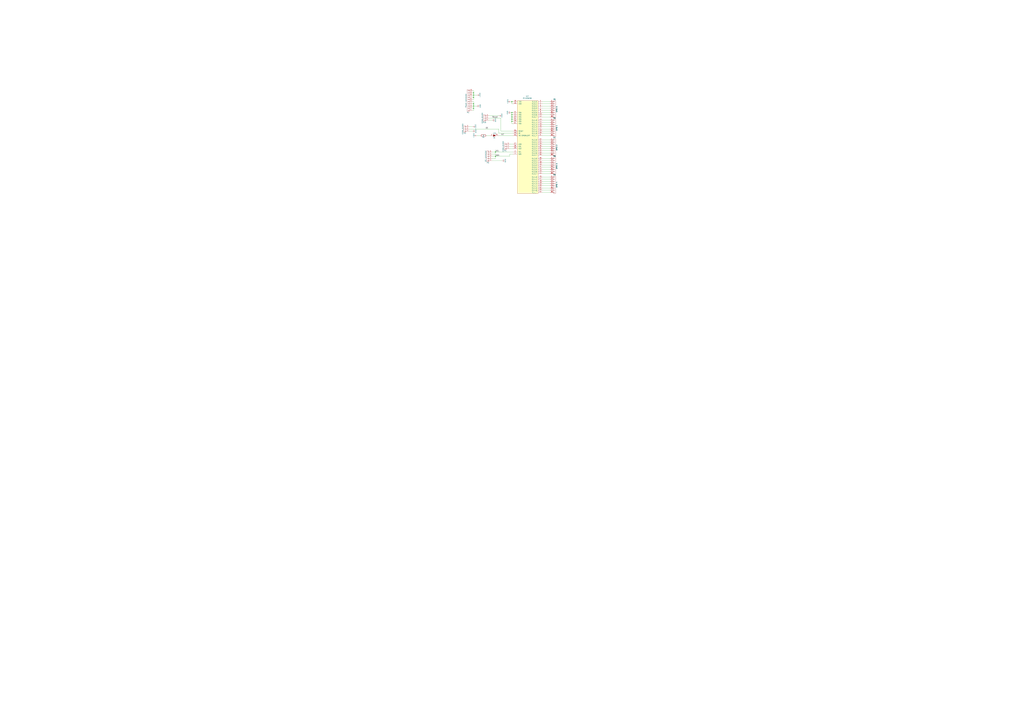
<source format=kicad_sch>
(kicad_sch (version 20230121) (generator eeschema)
  (paper "A0")
  (lib_symbols
    (symbol "PCA9698-rescue:+3.3V" (power) (pin_names (offset 0))
      (property "Value" "+3.3V" (at 0 3.556 0))
      (symbol "+3.3V_0_1"
        (polyline (pts (xy -0.762 1.27) (xy 0 2.54)))
        (polyline (pts (xy 0 0) (xy 0 2.54)))
        (polyline (pts (xy 0 2.54) (xy 0.762 1.27)))
      )
      (symbol "+3.3V_1_1"
        (pin power_in line (at 0 0 90) (length 0) hide (name "+3V3") (number "1"))
      )
    )
    (symbol "PCA9698-rescue:CONN_01X03" (pin_names (offset 1.016) hide)
      (property "Reference" "P" (at 0 5.08 0))
      (property "Value" "CONN_01X03" (at 2.54 0 90))
      (symbol "CONN_01X03_0_1"
        (rectangle (start -1.27 -2.413) (end 0.254 -2.667))
        (rectangle (start -1.27 0.127) (end 0.254 -0.127))
        (rectangle (start -1.27 2.667) (end 0.254 2.413))
        (rectangle (start -1.27 3.81) (end 1.27 -3.81))
      )
      (symbol "CONN_01X03_1_1"
        (pin passive line (at -5.08 2.54 0) (length 3.81) (name "P1") (number "1"))
        (pin passive line (at -5.08 0 0) (length 3.81) (name "P2") (number "2"))
        (pin passive line (at -5.08 -2.54 0) (length 3.81) (name "P3") (number "3"))
      )
    )
    (symbol "PCA9698-rescue:CONN_01X05" (pin_names (offset 1.016) hide)
      (property "Reference" "P" (at 0 7.62 0))
      (property "Value" "CONN_01X05" (at 2.54 0 90))
      (symbol "CONN_01X05_0_1"
        (rectangle (start -1.27 -4.953) (end 0.254 -5.207))
        (rectangle (start -1.27 -2.413) (end 0.254 -2.667))
        (rectangle (start -1.27 0.127) (end 0.254 -0.127))
        (rectangle (start -1.27 2.667) (end 0.254 2.413))
        (rectangle (start -1.27 5.207) (end 0.254 4.953))
        (rectangle (start -1.27 6.35) (end 1.27 -6.35))
      )
      (symbol "CONN_01X05_1_1"
        (pin passive line (at -5.08 5.08 0) (length 3.81) (name "P1") (number "1"))
        (pin passive line (at -5.08 2.54 0) (length 3.81) (name "P2") (number "2"))
        (pin passive line (at -5.08 0 0) (length 3.81) (name "P3") (number "3"))
        (pin passive line (at -5.08 -2.54 0) (length 3.81) (name "P4") (number "4"))
        (pin passive line (at -5.08 -5.08 0) (length 3.81) (name "P5") (number "5"))
      )
    )
    (symbol "PCA9698-rescue:CONN_01X08" (pin_names (offset 1.016) hide)
      (property "Reference" "P" (at 0 11.43 0))
      (property "Value" "CONN_01X08" (at 2.54 0 90))
      (symbol "CONN_01X08_0_1"
        (rectangle (start -1.27 -10.16) (end 1.27 10.16))
        (rectangle (start -1.27 -8.763) (end 0.254 -9.017))
        (rectangle (start -1.27 -6.223) (end 0.254 -6.477))
        (rectangle (start -1.27 -3.683) (end 0.254 -3.937))
        (rectangle (start -1.27 -1.143) (end 0.254 -1.397))
        (rectangle (start -1.27 1.397) (end 0.254 1.143))
        (rectangle (start -1.27 3.937) (end 0.254 3.683))
        (rectangle (start -1.27 6.477) (end 0.254 6.223))
        (rectangle (start -1.27 9.017) (end 0.254 8.763))
      )
      (symbol "CONN_01X08_1_1"
        (pin passive line (at -5.08 8.89 0) (length 3.81) (name "P1") (number "1"))
        (pin passive line (at -5.08 6.35 0) (length 3.81) (name "P2") (number "2"))
        (pin passive line (at -5.08 3.81 0) (length 3.81) (name "P3") (number "3"))
        (pin passive line (at -5.08 1.27 0) (length 3.81) (name "P4") (number "4"))
        (pin passive line (at -5.08 -1.27 0) (length 3.81) (name "P5") (number "5"))
        (pin passive line (at -5.08 -3.81 0) (length 3.81) (name "P6") (number "6"))
        (pin passive line (at -5.08 -6.35 0) (length 3.81) (name "P7") (number "7"))
        (pin passive line (at -5.08 -8.89 0) (length 3.81) (name "P8") (number "8"))
      )
    )
    (symbol "PCA9698-rescue:CONN_01X10" (pin_names (offset 1.016) hide)
      (property "Reference" "P" (at 0 13.97 0))
      (property "Value" "CONN_01X10" (at 2.54 0 90))
      (symbol "CONN_01X10_0_1"
        (rectangle (start -1.27 -11.303) (end 0.254 -11.557))
        (rectangle (start -1.27 -8.763) (end 0.254 -9.017))
        (rectangle (start -1.27 -6.223) (end 0.254 -6.477))
        (rectangle (start -1.27 -3.683) (end 0.254 -3.937))
        (rectangle (start -1.27 -1.143) (end 0.254 -1.397))
        (rectangle (start -1.27 1.397) (end 0.254 1.143))
        (rectangle (start -1.27 3.937) (end 0.254 3.683))
        (rectangle (start -1.27 6.477) (end 0.254 6.223))
        (rectangle (start -1.27 9.017) (end 0.254 8.763))
        (rectangle (start -1.27 11.557) (end 0.254 11.303))
        (rectangle (start -1.27 12.7) (end 1.27 -12.7))
      )
      (symbol "CONN_01X10_1_1"
        (pin passive line (at -5.08 11.43 0) (length 3.81) (name "P1") (number "1"))
        (pin passive line (at -5.08 -11.43 0) (length 3.81) (name "P10") (number "10"))
        (pin passive line (at -5.08 8.89 0) (length 3.81) (name "P2") (number "2"))
        (pin passive line (at -5.08 6.35 0) (length 3.81) (name "P3") (number "3"))
        (pin passive line (at -5.08 3.81 0) (length 3.81) (name "P4") (number "4"))
        (pin passive line (at -5.08 1.27 0) (length 3.81) (name "P5") (number "5"))
        (pin passive line (at -5.08 -1.27 0) (length 3.81) (name "P6") (number "6"))
        (pin passive line (at -5.08 -3.81 0) (length 3.81) (name "P7") (number "7"))
        (pin passive line (at -5.08 -6.35 0) (length 3.81) (name "P8") (number "8"))
        (pin passive line (at -5.08 -8.89 0) (length 3.81) (name "P9") (number "9"))
      )
    )
    (symbol "PCA9698-rescue:GND" (power) (pin_names (offset 0))
      (property "Value" "GND" (at 0 -3.81 0))
      (symbol "GND_0_1"
        (polyline (pts (xy 0 0) (xy 0 -1.27) (xy 1.27 -1.27) (xy 0 -2.54) (xy -1.27 -1.27) (xy 0 -1.27)))
      )
      (symbol "GND_1_1"
        (pin power_in line (at 0 0 270) (length 0) hide (name "GND") (number "1"))
      )
    )
    (symbol "PCA9698-rescue:LED" (pin_names (offset 1.016) hide)
      (property "Reference" "D" (at 0 2.54 0))
      (property "Value" "LED" (at 0 -2.54 0))
      (symbol "LED_0_1"
        (polyline (pts (xy -1.27 1.27) (xy -1.27 -1.27)))
        (polyline (pts (xy -2.032 -0.635) (xy -3.175 -1.651) (xy -3.048 -1.016)))
        (polyline (pts (xy -1.651 -1.016) (xy -2.794 -2.032) (xy -2.667 -1.397)))
        (polyline (pts (xy 1.27 1.27) (xy -1.27 0) (xy 1.27 -1.27)) (fill (type outline)))
      )
      (symbol "LED_1_1"
        (pin passive line (at -5.08 0 0) (length 3.81) (name "K") (number "1"))
        (pin passive line (at 5.08 0 180) (length 3.81) (name "A") (number "2"))
      )
    )
    (symbol "PCA9698-rescue:PCA9698" (pin_names (offset 1.016))
      (property "Reference" "U" (at 0 59.69 0))
      (property "Value" "PCA9698" (at 0 57.15 0))
      (symbol "PCA9698_0_1"
        (rectangle (start -11.43 55.88) (end 12.7 -52.07) (fill (type background)))
      )
      (symbol "PCA9698_1_1"
        (pin input line (at -16.51 -6.35 0) (length 5.08) (name "SDA") (number "1"))
        (pin input line (at 17.78 39.37 180) (length 5.08) (name "IO_0_6") (number "10"))
        (pin input line (at -16.51 39.37 0) (length 5.08) (name "VSS") (number "11"))
        (pin input line (at 17.78 36.83 180) (length 5.08) (name "IO_0_7") (number "12"))
        (pin input line (at 17.78 33.02 180) (length 5.08) (name "IO_1_0") (number "13"))
        (pin input line (at 17.78 30.48 180) (length 5.08) (name "IO_1_1") (number "14"))
        (pin input line (at 17.78 27.94 180) (length 5.08) (name "IO_1_2") (number "15"))
        (pin input line (at 17.78 25.4 180) (length 5.08) (name "IO_1_3") (number "16"))
        (pin input line (at 17.78 22.86 180) (length 5.08) (name "IO_1_4") (number "17"))
        (pin input line (at -16.51 54.61 0) (length 5.08) (name "VDD") (number "18"))
        (pin input line (at 17.78 20.32 180) (length 5.08) (name "IO_1_5") (number "19"))
        (pin input line (at -16.51 -3.81 0) (length 5.08) (name "SCL") (number "2"))
        (pin input line (at 17.78 17.78 180) (length 5.08) (name "IO_1_6") (number "20"))
        (pin input line (at 17.78 15.24 180) (length 5.08) (name "IO_1_7") (number "21"))
        (pin input line (at 17.78 10.16 180) (length 5.08) (name "IO_2_0") (number "22"))
        (pin input line (at -16.51 36.83 0) (length 5.08) (name "VSS") (number "23"))
        (pin input line (at 17.78 7.62 180) (length 5.08) (name "IO_2_1") (number "24"))
        (pin input line (at 17.78 5.08 180) (length 5.08) (name "IO_2_2") (number "25"))
        (pin input line (at 17.78 2.54 180) (length 5.08) (name "IO_2_3") (number "26"))
        (pin input line (at -16.51 5.08 0) (length 5.08) (name "AD0") (number "27"))
        (pin input line (at -16.51 2.54 0) (length 5.08) (name "AD1") (number "28"))
        (pin input line (at -16.51 0 0) (length 5.08) (name "AD2") (number "29"))
        (pin input line (at 17.78 54.61 180) (length 5.08) (name "IO_0_0") (number "3"))
        (pin input inverted (at -16.51 17.78 0) (length 5.08) (name "OE") (number "30"))
        (pin input line (at 17.78 0 180) (length 5.08) (name "IO_2_4") (number "31"))
        (pin input line (at 17.78 -2.54 180) (length 5.08) (name "IO_2_5") (number "32"))
        (pin input line (at 17.78 -5.08 180) (length 5.08) (name "IO_2_6") (number "33"))
        (pin input line (at -16.51 34.29 0) (length 5.08) (name "VSS") (number "34"))
        (pin input line (at 17.78 -7.62 180) (length 5.08) (name "IO_2_7") (number "35"))
        (pin input line (at 17.78 -11.43 180) (length 5.08) (name "IO_3_0") (number "36"))
        (pin input line (at 17.78 -13.97 180) (length 5.08) (name "IO_3_1") (number "37"))
        (pin input line (at 17.78 -16.51 180) (length 5.08) (name "IO_3_2") (number "38"))
        (pin input line (at -16.51 31.75 0) (length 5.08) (name "VSS") (number "39"))
        (pin input line (at 17.78 52.07 180) (length 5.08) (name "IO_0_1") (number "4"))
        (pin input line (at 17.78 -19.05 180) (length 5.08) (name "IO_3_3") (number "40"))
        (pin input line (at 17.78 -21.59 180) (length 5.08) (name "IO_3_4") (number "41"))
        (pin input line (at 17.78 -24.13 180) (length 5.08) (name "IO_3_5") (number "42"))
        (pin input line (at 17.78 -26.67 180) (length 5.08) (name "IO_3_6") (number "43"))
        (pin input line (at 17.78 -29.21 180) (length 5.08) (name "IO_3_7") (number "44"))
        (pin input line (at 17.78 -33.02 180) (length 5.08) (name "IO_4_0") (number "45"))
        (pin input line (at -16.51 52.07 0) (length 5.08) (name "VDD") (number "46"))
        (pin input line (at 17.78 -35.56 180) (length 5.08) (name "IO_4_1") (number "47"))
        (pin input line (at 17.78 -38.1 180) (length 5.08) (name "IO_4_2") (number "48"))
        (pin input line (at 17.78 -40.64 180) (length 5.08) (name "IO_4_3") (number "49"))
        (pin input line (at 17.78 49.53 180) (length 5.08) (name "IO_0_2") (number "5"))
        (pin input line (at 17.78 -43.18 180) (length 5.08) (name "IO_4_4") (number "50"))
        (pin input line (at -16.51 29.21 0) (length 5.08) (name "VSS") (number "51"))
        (pin input line (at 17.78 -45.72 180) (length 5.08) (name "IO_4_5") (number "52"))
        (pin input line (at 17.78 -48.26 180) (length 5.08) (name "IO_4_6") (number "53"))
        (pin input line (at 17.78 -50.8 180) (length 5.08) (name "IO_4_7") (number "54"))
        (pin input inverted (at -16.51 15.24 0) (length 5.08) (name "INT/SMBALERT") (number "55"))
        (pin input inverted (at -16.51 20.32 0) (length 5.08) (name "RESET") (number "56"))
        (pin input line (at -16.51 41.91 0) (length 5.08) (name "VSS") (number "6"))
        (pin input line (at 17.78 46.99 180) (length 5.08) (name "IO_0_3") (number "7"))
        (pin input line (at 17.78 44.45 180) (length 5.08) (name "IO_0_4") (number "8"))
        (pin input line (at 17.78 41.91 180) (length 5.08) (name "IO_0_5") (number "9"))
      )
    )
    (symbol "PCA9698-rescue:R" (pin_numbers hide) (pin_names (offset 0))
      (property "Reference" "R" (at 2.032 0 90))
      (property "Value" "R" (at 0 0 90))
      (symbol "R_0_1"
        (rectangle (start -1.016 -2.54) (end 1.016 2.54) (stroke (width 0.254)))
      )
      (symbol "R_1_1"
        (pin passive line (at 0 3.81 270) (length 1.27) (name "~") (number "1"))
        (pin passive line (at 0 -3.81 90) (length 1.27) (name "~") (number "2"))
      )
    )
  )
  (junction (at 594.36 133.35))
  (junction (at 594.36 140.97))
  (junction (at 594.36 138.43))
  (junction (at 549.91 107.95))
  (junction (at 549.91 125.73))
  (junction (at 594.36 118.11))
  (junction (at 549.91 120.65))
  (junction (at 594.36 135.89))
  (junction (at 594.36 130.81))
  (junction (at 549.91 113.03))
  (junction (at 549.91 110.49))
  (junction (at 575.31 176.53))
  (junction (at 575.31 181.61))
  (junction (at 549.91 123.19))
  (wire (pts (xy 549.91 120.65) (xy 549.91 123.19)))
  (wire (pts (xy 549.91 107.95) (xy 549.91 110.49)))
  (wire (pts (xy 638.81 149.86) (xy 629.92 149.86)))
  (wire (pts (xy 549.91 123.19) (xy 553.72 123.19)))
  (wire (pts (xy 638.81 118.11) (xy 629.92 118.11)))
  (wire (pts (xy 629.92 196.85) (xy 638.81 196.85)))
  (wire (pts (xy 629.92 135.89) (xy 638.81 135.89)))
  (wire (pts (xy 638.81 172.72) (xy 629.92 172.72)))
  (wire (pts (xy 594.36 120.65) (xy 595.63 120.65)))
  (wire (pts (xy 591.82 170.18) (xy 595.63 170.18)))
  (wire (pts (xy 571.5 139.7) (xy 567.69 139.7)))
  (wire (pts (xy 594.36 140.97) (xy 594.36 143.51)))
  (wire (pts (xy 548.64 118.11) (xy 549.91 118.11)))
  (wire (pts (xy 549.91 128.27) (xy 548.64 128.27)))
  (wire (pts (xy 629.92 142.24) (xy 638.81 142.24)))
  (wire (pts (xy 549.91 105.41) (xy 549.91 107.95)))
  (wire (pts (xy 629.92 170.18) (xy 638.81 170.18)))
  (wire (pts (xy 548.64 120.65) (xy 549.91 120.65)))
  (wire (pts (xy 594.36 135.89) (xy 595.63 135.89)))
  (wire (pts (xy 549.91 110.49) (xy 553.72 110.49)))
  (wire (pts (xy 575.31 176.53) (xy 595.63 176.53)))
  (wire (pts (xy 629.92 175.26) (xy 638.81 175.26)))
  (wire (pts (xy 549.91 113.03) (xy 548.64 113.03)))
  (wire (pts (xy 549.91 118.11) (xy 549.91 120.65)))
  (wire (pts (xy 575.31 184.15) (xy 575.31 181.61)))
  (wire (pts (xy 595.63 138.43) (xy 594.36 138.43)))
  (wire (pts (xy 638.81 144.78) (xy 629.92 144.78)))
  (wire (pts (xy 591.82 179.07) (xy 595.63 179.07)))
  (wire (pts (xy 575.31 176.53) (xy 575.31 179.07)))
  (wire (pts (xy 595.63 172.72) (xy 591.82 172.72)))
  (wire (pts (xy 638.81 194.31) (xy 629.92 194.31)))
  (wire (pts (xy 595.63 140.97) (xy 594.36 140.97)))
  (wire (pts (xy 549.91 125.73) (xy 549.91 128.27)))
  (wire (pts (xy 549.91 115.57) (xy 548.64 115.57)))
  (wire (pts (xy 638.81 177.8) (xy 629.92 177.8)))
  (wire (pts (xy 629.92 120.65) (xy 638.81 120.65)))
  (wire (pts (xy 638.81 210.82) (xy 629.92 210.82)))
  (wire (pts (xy 638.81 139.7) (xy 629.92 139.7)))
  (wire (pts (xy 594.36 118.11) (xy 594.36 120.65)))
  (wire (pts (xy 593.09 130.81) (xy 594.36 130.81)))
  (wire (pts (xy 629.92 186.69) (xy 638.81 186.69)))
  (wire (pts (xy 638.81 162.56) (xy 629.92 162.56)))
  (wire (pts (xy 571.5 184.15) (xy 575.31 184.15)))
  (wire (pts (xy 638.81 133.35) (xy 629.92 133.35)))
  (wire (pts (xy 575.31 181.61) (xy 591.82 181.61)))
  (wire (pts (xy 629.92 191.77) (xy 638.81 191.77)))
  (wire (pts (xy 548.64 110.49) (xy 549.91 110.49)))
  (wire (pts (xy 629.92 201.93) (xy 638.81 201.93)))
  (wire (pts (xy 594.36 130.81) (xy 595.63 130.81)))
  (wire (pts (xy 548.64 105.41) (xy 549.91 105.41)))
  (wire (pts (xy 629.92 165.1) (xy 638.81 165.1)))
  (wire (pts (xy 594.36 138.43) (xy 594.36 140.97)))
  (wire (pts (xy 638.81 154.94) (xy 629.92 154.94)))
  (wire (pts (xy 567.69 137.16) (xy 581.66 137.16)))
  (wire (pts (xy 582.93 186.69) (xy 571.5 186.69)))
  (wire (pts (xy 594.36 118.11) (xy 595.63 118.11)))
  (wire (pts (xy 579.12 149.86) (xy 579.12 154.94)))
  (wire (pts (xy 591.82 167.64) (xy 595.63 167.64)))
  (wire (pts (xy 571.5 176.53) (xy 575.31 176.53)))
  (wire (pts (xy 579.12 134.62) (xy 567.69 134.62)))
  (wire (pts (xy 548.64 107.95) (xy 549.91 107.95)))
  (wire (pts (xy 581.66 152.4) (xy 595.63 152.4)))
  (wire (pts (xy 629.92 130.81) (xy 638.81 130.81)))
  (wire (pts (xy 629.92 157.48) (xy 638.81 157.48)))
  (wire (pts (xy 638.81 199.39) (xy 629.92 199.39)))
  (wire (pts (xy 548.64 123.19) (xy 549.91 123.19)))
  (wire (pts (xy 638.81 189.23) (xy 629.92 189.23)))
  (wire (pts (xy 629.92 147.32) (xy 638.81 147.32)))
  (wire (pts (xy 593.09 118.11) (xy 594.36 118.11)))
  (wire (pts (xy 629.92 125.73) (xy 638.81 125.73)))
  (wire (pts (xy 579.12 157.48) (xy 595.63 157.48)))
  (wire (pts (xy 629.92 213.36) (xy 638.81 213.36)))
  (wire (pts (xy 638.81 123.19) (xy 629.92 123.19)))
  (wire (pts (xy 594.36 143.51) (xy 595.63 143.51)))
  (wire (pts (xy 595.63 133.35) (xy 594.36 133.35)))
  (wire (pts (xy 594.36 133.35) (xy 594.36 135.89)))
  (wire (pts (xy 571.5 181.61) (xy 575.31 181.61)))
  (wire (pts (xy 544.83 149.86) (xy 579.12 149.86)))
  (wire (pts (xy 629.92 152.4) (xy 638.81 152.4)))
  (wire (pts (xy 638.81 167.64) (xy 629.92 167.64)))
  (wire (pts (xy 579.12 154.94) (xy 595.63 154.94)))
  (wire (pts (xy 629.92 208.28) (xy 638.81 208.28)))
  (wire (pts (xy 549.91 110.49) (xy 549.91 113.03)))
  (wire (pts (xy 594.36 130.81) (xy 594.36 133.35)))
  (wire (pts (xy 575.31 179.07) (xy 571.5 179.07)))
  (wire (pts (xy 549.91 123.19) (xy 549.91 125.73)))
  (wire (pts (xy 549.91 113.03) (xy 549.91 115.57)))
  (wire (pts (xy 549.91 125.73) (xy 548.64 125.73)))
  (wire (pts (xy 638.81 128.27) (xy 629.92 128.27)))
  (wire (pts (xy 638.81 220.98) (xy 629.92 220.98)))
  (wire (pts (xy 638.81 205.74) (xy 629.92 205.74)))
  (wire (pts (xy 638.81 215.9) (xy 629.92 215.9)))
  (wire (pts (xy 629.92 218.44) (xy 638.81 218.44)))
  (wire (pts (xy 594.36 135.89) (xy 594.36 138.43)))
  (wire (pts (xy 548.64 152.4) (xy 544.83 152.4)))
  (wire (pts (xy 638.81 184.15) (xy 629.92 184.15)))
  (wire (pts (xy 548.64 147.32) (xy 544.83 147.32)))
  (wire (pts (xy 629.92 180.34) (xy 638.81 180.34)))
  (wire (pts (xy 629.92 223.52) (xy 638.81 223.52)))
  (wire (pts (xy 591.82 181.61) (xy 591.82 179.07)))
  (wire (pts (xy 553.72 157.48) (xy 557.53 157.48)))
  (wire (pts (xy 581.66 137.16) (xy 581.66 152.4)))
  (wire (pts (xy 565.15 157.48) (xy 568.96 157.48)))
  (label "Reset" (at 571.5 137.16 0) (effects (font (size 1.524 1.524))))
  (label "SDA" (at 575.31 181.61 0) (effects (font (size 1.524 1.524))))
  (label "INT" (at 581.66 157.48 0) (effects (font (size 1.524 1.524))))
  (label "OE" (at 563.88 149.86 0) (effects (font (size 1.524 1.524))))
  (label "SCL" (at 575.31 176.53 0) (effects (font (size 1.524 1.524))))
  (symbol (lib_id "PCA9698-rescue:PCA9698") (at 612.14 172.72 0) (unit 1)
    (property "Reference" "U2" (at 612.14 111.76 0) (effects (font (size 1.524 1.524))))
    (property "Value" "PCA9698" (at 612.14 114.3 0) (effects (font (size 1.524 1.524))))
    (property "Footprint" "Housings_SSOP:TSSOP-56_6.1x14mm_Pitch0.5mm" (effects hide))
    (property "Datasheet" "http://www.farnell.com/datasheets/1090575.pdf" (effects hide))
  )
  (symbol (lib_id "PCA9698-rescue:+3.3V") (at 593.09 118.11 90) (unit 1)
    (property "Reference" "#PWR01" (effects hide))
    (property "Value" "+3.3V" (at 589.534 118.11 0))
  )
  (symbol (lib_id "PCA9698-rescue:GND") (at 593.09 130.81 270) (unit 1)
    (property "Reference" "#PWR02" (effects hide))
    (property "Value" "GND" (at 589.28 130.81 0))
  )
  (symbol (lib_id "PCA9698-rescue:CONN_01X08") (at 643.89 127 0) (unit 1)
    (property "Reference" "P5" (at 643.89 115.57 0))
    (property "Value" "GPIO 0" (at 646.43 127 90))
    (property "Footprint" "Pin_Headers:Pin_Header_Straight_1x08" (effects hide))
  )
  (symbol (lib_id "PCA9698-rescue:CONN_01X08") (at 643.89 148.59 0) (unit 1)
    (property "Reference" "P6" (at 643.89 137.16 0))
    (property "Value" "GPIO 1" (at 646.43 148.59 90))
    (property "Footprint" "Pin_Headers:Pin_Header_Straight_1x08" (effects hide))
  )
  (symbol (lib_id "PCA9698-rescue:CONN_01X08") (at 643.89 171.45 0) (unit 1)
    (property "Reference" "P7" (at 643.89 160.02 0))
    (property "Value" "GPIO 2" (at 646.43 171.45 90))
    (property "Footprint" "Pin_Headers:Pin_Header_Straight_1x08" (effects hide))
  )
  (symbol (lib_id "PCA9698-rescue:CONN_01X08") (at 643.89 193.04 0) (unit 1)
    (property "Reference" "P8" (at 643.89 181.61 0))
    (property "Value" "GPIO 3" (at 646.43 193.04 90))
    (property "Footprint" "Pin_Headers:Pin_Header_Straight_1x08" (effects hide))
  )
  (symbol (lib_id "PCA9698-rescue:CONN_01X08") (at 643.89 214.63 0) (unit 1)
    (property "Reference" "P9" (at 643.89 203.2 0))
    (property "Value" "GPIO 4" (at 646.43 214.63 90))
    (property "Footprint" "Pin_Headers:Pin_Header_Straight_1x08" (effects hide))
  )
  (symbol (lib_id "PCA9698-rescue:CONN_01X03") (at 586.74 170.18 180) (unit 1)
    (property "Reference" "P4" (at 586.74 175.26 0))
    (property "Value" "CONN_01X03" (at 584.2 170.18 90))
    (property "Footprint" "Pin_Headers:Pin_Header_Straight_1x03" (effects hide))
  )
  (symbol (lib_id "PCA9698-rescue:LED") (at 574.04 157.48 180) (unit 1)
    (property "Reference" "D1" (at 574.04 160.02 0))
    (property "Value" "LED" (at 574.04 154.94 0))
    (property "Footprint" "LEDs:LED_0805" (effects hide))
  )
  (symbol (lib_id "PCA9698-rescue:GND") (at 582.93 186.69 90) (unit 1)
    (property "Reference" "#PWR03" (effects hide))
    (property "Value" "GND" (at 586.74 186.69 0))
  )
  (symbol (lib_id "PCA9698-rescue:+3.3V") (at 553.72 110.49 270) (unit 1)
    (property "Reference" "#PWR04" (effects hide))
    (property "Value" "+3.3V" (at 557.276 110.49 0))
  )
  (symbol (lib_id "PCA9698-rescue:GND") (at 553.72 123.19 90) (unit 1)
    (property "Reference" "#PWR05" (effects hide))
    (property "Value" "GND" (at 557.53 123.19 0))
  )
  (symbol (lib_id "PCA9698-rescue:R") (at 561.34 157.48 270) (unit 1)
    (property "Reference" "R1" (at 561.34 159.512 90))
    (property "Value" "R" (at 561.34 157.48 90))
    (property "Footprint" "Resistors_SMD:R_0805" (effects hide))
  )
  (symbol (lib_id "PCA9698-rescue:+3.3V") (at 553.72 157.48 90) (unit 1)
    (property "Reference" "#PWR06" (effects hide))
    (property "Value" "+3.3V" (at 550.164 157.48 0))
  )
  (symbol (lib_id "PCA9698-rescue:CONN_01X10") (at 543.56 116.84 180) (unit 1)
    (property "Reference" "P1" (at 543.56 130.81 0))
    (property "Value" "Power connector" (at 541.02 116.84 90))
    (property "Footprint" "Pin_Headers:Pin_Header_Straight_1x10" (effects hide))
  )
  (symbol (lib_id "PCA9698-rescue:CONN_01X05") (at 566.42 181.61 180) (unit 1)
    (property "Reference" "P3" (at 566.42 189.23 0))
    (property "Value" "I2C connector" (at 563.88 181.61 90))
    (property "Footprint" "Pin_Headers:Pin_Header_Straight_1x05" (effects hide))
  )
  (symbol (lib_id "PCA9698-rescue:CONN_01X03") (at 562.61 137.16 180) (unit 1)
    (property "Reference" "P10" (at 562.61 142.24 0))
    (property "Value" "CONN_01X03" (at 560.07 137.16 90))
    (property "Footprint" "Pin_Headers:Pin_Header_Straight_1x03" (effects hide))
  )
  (symbol (lib_id "PCA9698-rescue:CONN_01X03") (at 539.75 149.86 180) (unit 1)
    (property "Reference" "P2" (at 539.75 154.94 0))
    (property "Value" "CONN_01X03" (at 537.21 149.86 90))
    (property "Footprint" "Pin_Headers:Pin_Header_Straight_1x03" (effects hide))
  )
  (symbol (lib_id "PCA9698-rescue:+3.3V") (at 548.64 147.32 270) (unit 1)
    (property "Reference" "#PWR07" (effects hide))
    (property "Value" "+3.3V" (at 552.196 147.32 0))
  )
  (symbol (lib_id "PCA9698-rescue:+3.3V") (at 579.12 134.62 270) (unit 1)
    (property "Reference" "#PWR08" (effects hide))
    (property "Value" "+3.3V" (at 582.676 134.62 0))
  )
  (symbol (lib_id "PCA9698-rescue:GND") (at 548.64 152.4 90) (unit 1)
    (property "Reference" "#PWR09" (effects hide))
    (property "Value" "GND" (at 552.45 152.4 0))
  )
  (symbol (lib_id "PCA9698-rescue:GND") (at 571.5 139.7 90) (unit 1)
    (property "Reference" "#PWR010" (effects hide))
    (property "Value" "GND" (at 575.31 139.7 0))
  )
)
</source>
